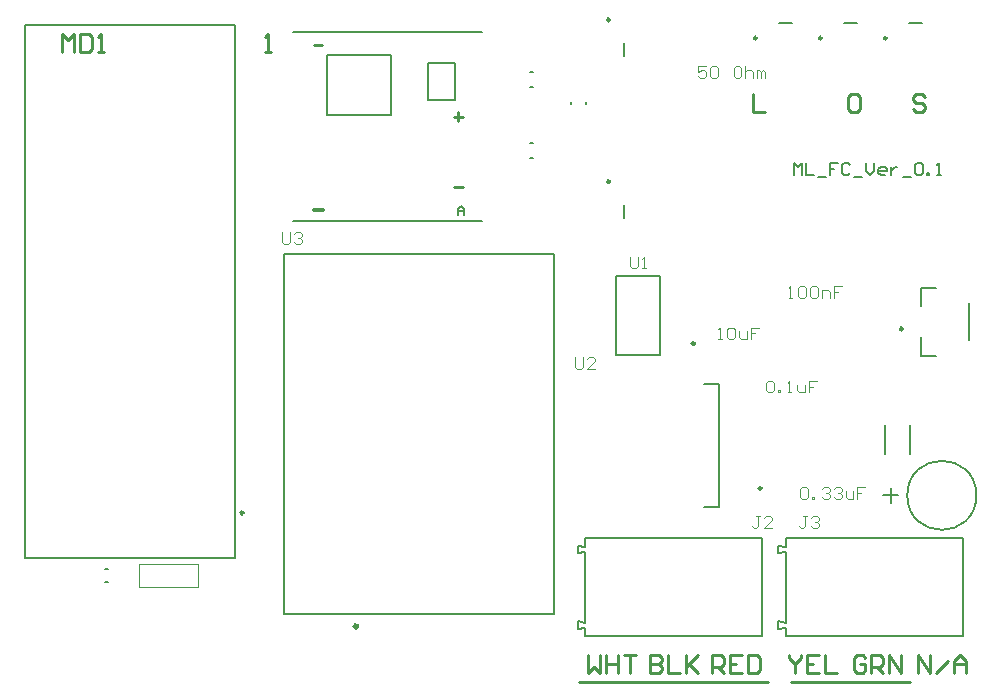
<source format=gbr>
G04*
G04 #@! TF.GenerationSoftware,Altium Limited,Altium Designer,24.6.1 (21)*
G04*
G04 Layer_Color=65535*
%FSLAX25Y25*%
%MOIN*%
G70*
G04*
G04 #@! TF.SameCoordinates,E7B071F1-E274-4D6C-8170-77C2E5B523DC*
G04*
G04*
G04 #@! TF.FilePolarity,Positive*
G04*
G01*
G75*
%ADD10C,0.00787*%
%ADD11C,0.01181*%
%ADD12C,0.00984*%
%ADD13C,0.00500*%
%ADD14C,0.01000*%
%ADD15C,0.00394*%
%ADD16C,0.00803*%
%ADD17C,0.00935*%
%ADD18C,0.00595*%
%ADD19C,0.01063*%
%ADD20C,0.01169*%
D10*
X321466Y66111D02*
G03*
X321466Y66111I-11506J0D01*
G01*
X292961Y63611D02*
Y68611D01*
X290461Y66111D02*
X295461D01*
X257874Y23622D02*
Y47244D01*
Y19094D02*
Y22047D01*
X255512Y24114D02*
X257874Y23622D01*
X255512Y21555D02*
X257874Y22047D01*
X255512Y21555D02*
Y24114D01*
X257874Y48819D02*
Y51772D01*
X255512Y49311D02*
X257874Y48819D01*
X255512Y46752D02*
X257874Y47244D01*
X255512Y46752D02*
Y49311D01*
X316929Y19094D02*
Y51772D01*
X257874Y19094D02*
X316929D01*
X257874Y51772D02*
X316929D01*
X190945Y23622D02*
Y47244D01*
Y19094D02*
Y22047D01*
X188583Y24114D02*
X190945Y23622D01*
X188583Y21555D02*
X190945Y22047D01*
X188583Y21555D02*
Y24114D01*
X190945Y48819D02*
Y51772D01*
X188583Y49311D02*
X190945Y48819D01*
X188583Y46752D02*
X190945Y47244D01*
X188583Y46752D02*
Y49311D01*
X250000Y19094D02*
Y51772D01*
X190945Y19094D02*
X250000D01*
X190945Y51772D02*
X250000D01*
X201378Y112795D02*
X215945D01*
X201378D02*
Y139173D01*
X215945D01*
Y112795D02*
Y139173D01*
X230709Y62205D02*
X235827D01*
X230709Y103150D02*
X235827D01*
Y62205D02*
Y103150D01*
X299508Y79897D02*
Y89394D01*
X291043Y79897D02*
Y89394D01*
X299016Y223622D02*
X303346D01*
X277362D02*
X281693D01*
X255709D02*
X260039D01*
X303051Y112697D02*
Y118898D01*
Y129134D02*
Y135335D01*
X307874D01*
X318996Y117717D02*
Y130315D01*
X303051Y112697D02*
X307874D01*
X203937Y158465D02*
Y162795D01*
X31102Y41634D02*
X31890D01*
X31102Y37106D02*
X31890D01*
X203937Y212402D02*
Y216732D01*
X186516Y196440D02*
Y197227D01*
X191437Y196440D02*
Y197227D01*
X74370Y45292D02*
Y222792D01*
X4370D02*
X74370D01*
X4370Y45292D02*
Y222792D01*
Y45292D02*
X74370D01*
X172835Y183563D02*
X173622D01*
X172835Y178642D02*
X173622D01*
X172835Y202264D02*
X173622D01*
X172835Y207185D02*
X173622D01*
D11*
X115260Y22496D02*
G03*
X115260Y22496I-591J0D01*
G01*
D12*
X227658Y116732D02*
G03*
X227658Y116732I-492J0D01*
G01*
X249902Y68445D02*
G03*
X249902Y68445I-492J0D01*
G01*
X291634Y218504D02*
G03*
X291634Y218504I-492J0D01*
G01*
X269980D02*
G03*
X269980Y218504I-492J0D01*
G01*
X248327D02*
G03*
X248327Y218504I-492J0D01*
G01*
X296949Y121555D02*
G03*
X296949Y121555I-492J0D01*
G01*
X199311Y170669D02*
G03*
X199311Y170669I-492J0D01*
G01*
Y224606D02*
G03*
X199311Y224606I-492J0D01*
G01*
X77224Y60292D02*
G03*
X77224Y60292I-492J0D01*
G01*
D13*
X180669Y26496D02*
Y146496D01*
X90669D02*
X180669D01*
X90669Y26496D02*
Y146496D01*
Y26496D02*
X180669D01*
X93582Y157480D02*
X156604D01*
X93582Y220472D02*
X156604D01*
X105108Y192726D02*
X126358D01*
Y212726D01*
X105108D02*
X126358D01*
X105108Y192726D02*
Y212726D01*
X138858Y197726D02*
Y210226D01*
Y197726D02*
X147608D01*
Y210226D01*
X138858D02*
X147608D01*
D14*
X259842Y3937D02*
X299213D01*
X188976D02*
X251969D01*
X302181Y6905D02*
Y12904D01*
X306180Y6905D01*
Y12904D01*
X308179Y6905D02*
X312178Y10904D01*
X314177Y6905D02*
Y10904D01*
X316177Y12904D01*
X318176Y10904D01*
Y6905D01*
Y9905D01*
X314177D01*
X284526Y11904D02*
X283527Y12904D01*
X281527D01*
X280528Y11904D01*
Y7905D01*
X281527Y6905D01*
X283527D01*
X284526Y7905D01*
Y9905D01*
X282527D01*
X286526Y6905D02*
Y12904D01*
X289525D01*
X290524Y11904D01*
Y9905D01*
X289525Y8905D01*
X286526D01*
X288525D02*
X290524Y6905D01*
X292524D02*
Y12904D01*
X296522Y6905D01*
Y12904D01*
X258874D02*
Y11904D01*
X260873Y9905D01*
X262873Y11904D01*
Y12904D01*
X260873Y9905D02*
Y6905D01*
X268871Y12904D02*
X264872D01*
Y6905D01*
X268871D01*
X264872Y9905D02*
X266871D01*
X270870Y12904D02*
Y6905D01*
X274869D01*
X233283D02*
Y12904D01*
X236282D01*
X237282Y11904D01*
Y9905D01*
X236282Y8905D01*
X233283D01*
X235283D02*
X237282Y6905D01*
X243280Y12904D02*
X239282D01*
Y6905D01*
X243280D01*
X239282Y9905D02*
X241281D01*
X245280Y12904D02*
Y6905D01*
X248279D01*
X249278Y7905D01*
Y11904D01*
X248279Y12904D01*
X245280D01*
X212614D02*
Y6905D01*
X215613D01*
X216613Y7905D01*
Y8905D01*
X215613Y9905D01*
X212614D01*
X215613D01*
X216613Y10904D01*
Y11904D01*
X215613Y12904D01*
X212614D01*
X218612D02*
Y6905D01*
X222611D01*
X224610Y12904D02*
Y6905D01*
Y8905D01*
X228609Y12904D01*
X225610Y9905D01*
X228609Y6905D01*
X191945Y12904D02*
Y6905D01*
X193944Y8905D01*
X195944Y6905D01*
Y12904D01*
X197943D02*
Y6905D01*
Y9905D01*
X201942D01*
Y12904D01*
Y6905D01*
X203941Y12904D02*
X207940D01*
X205940D01*
Y6905D01*
X247063Y199911D02*
Y193913D01*
X251062D01*
X281558Y199911D02*
X279559D01*
X278559Y198912D01*
Y194913D01*
X279559Y193913D01*
X281558D01*
X282558Y194913D01*
Y198912D01*
X281558Y199911D01*
X304211Y198912D02*
X303212Y199911D01*
X301212D01*
X300213Y198912D01*
Y197912D01*
X301212Y196912D01*
X303212D01*
X304211Y195913D01*
Y194913D01*
X303212Y193913D01*
X301212D01*
X300213Y194913D01*
X16624Y213720D02*
Y219719D01*
X18624Y217719D01*
X20623Y219719D01*
Y213720D01*
X22622Y219719D02*
Y213720D01*
X25621D01*
X26621Y214720D01*
Y218719D01*
X25621Y219719D01*
X22622D01*
X28620Y213720D02*
X30620D01*
X29620D01*
Y219719D01*
X28620Y218719D01*
X84238Y213747D02*
X86237D01*
X85237D01*
Y219744D01*
X84238Y218745D01*
D15*
X42382Y35433D02*
Y39370D01*
Y35433D02*
X62106D01*
Y43307D01*
X42382D02*
X62106D01*
X42382Y39370D02*
Y43307D01*
X90038Y153982D02*
Y150702D01*
X90694Y150047D01*
X92006D01*
X92662Y150702D01*
Y153982D01*
X93973Y153326D02*
X94630Y153982D01*
X95941D01*
X96597Y153326D01*
Y152670D01*
X95941Y152014D01*
X95285D01*
X95941D01*
X96597Y151358D01*
Y150702D01*
X95941Y150047D01*
X94630D01*
X93973Y150702D01*
X231364Y209054D02*
X228740D01*
Y207086D01*
X230052Y207742D01*
X230708D01*
X231364Y207086D01*
Y205774D01*
X230708Y205118D01*
X229396D01*
X228740Y205774D01*
X232676Y208398D02*
X233332Y209054D01*
X234644D01*
X235300Y208398D01*
Y205774D01*
X234644Y205118D01*
X233332D01*
X232676Y205774D01*
Y208398D01*
X242515Y209054D02*
X241203D01*
X240547Y208398D01*
Y205774D01*
X241203Y205118D01*
X242515D01*
X243171Y205774D01*
Y208398D01*
X242515Y209054D01*
X244483D02*
Y205118D01*
Y207086D01*
X245139Y207742D01*
X246451D01*
X247107Y207086D01*
Y205118D01*
X248419D02*
Y207742D01*
X249075D01*
X249731Y207086D01*
Y205118D01*
Y207086D01*
X250387Y207742D01*
X251043Y207086D01*
Y205118D01*
X262799Y68241D02*
X263455Y68897D01*
X264767D01*
X265423Y68241D01*
Y65617D01*
X264767Y64961D01*
X263455D01*
X262799Y65617D01*
Y68241D01*
X266735Y64961D02*
Y65617D01*
X267390D01*
Y64961D01*
X266735D01*
X270014Y68241D02*
X270670Y68897D01*
X271982D01*
X272638Y68241D01*
Y67585D01*
X271982Y66929D01*
X271326D01*
X271982D01*
X272638Y66273D01*
Y65617D01*
X271982Y64961D01*
X270670D01*
X270014Y65617D01*
X273950Y68241D02*
X274606Y68897D01*
X275918D01*
X276574Y68241D01*
Y67585D01*
X275918Y66929D01*
X275262D01*
X275918D01*
X276574Y66273D01*
Y65617D01*
X275918Y64961D01*
X274606D01*
X273950Y65617D01*
X277886Y67585D02*
Y65617D01*
X278542Y64961D01*
X280510D01*
Y67585D01*
X284445Y68897D02*
X281821D01*
Y66929D01*
X283133D01*
X281821D01*
Y64961D01*
X251315Y103674D02*
X251971Y104330D01*
X253283D01*
X253939Y103674D01*
Y101050D01*
X253283Y100394D01*
X251971D01*
X251315Y101050D01*
Y103674D01*
X255251Y100394D02*
Y101050D01*
X255907D01*
Y100394D01*
X255251D01*
X258531D02*
X259842D01*
X259187D01*
Y104330D01*
X258531Y103674D01*
X261810Y103018D02*
Y101050D01*
X262466Y100394D01*
X264434D01*
Y103018D01*
X268370Y104330D02*
X265746D01*
Y102362D01*
X267058D01*
X265746D01*
Y100394D01*
X235238Y118111D02*
X236550D01*
X235894D01*
Y122047D01*
X235238Y121391D01*
X238518D02*
X239174Y122047D01*
X240486D01*
X241142Y121391D01*
Y118767D01*
X240486Y118111D01*
X239174D01*
X238518Y118767D01*
Y121391D01*
X242454Y120735D02*
Y118767D01*
X243110Y118111D01*
X245078D01*
Y120735D01*
X249013Y122047D02*
X246390D01*
Y120079D01*
X247702D01*
X246390D01*
Y118111D01*
X258861Y131890D02*
X260173D01*
X259517D01*
Y135826D01*
X258861Y135170D01*
X262141D02*
X262797Y135826D01*
X264109D01*
X264765Y135170D01*
Y132546D01*
X264109Y131890D01*
X262797D01*
X262141Y132546D01*
Y135170D01*
X266077D02*
X266733Y135826D01*
X268044D01*
X268701Y135170D01*
Y132546D01*
X268044Y131890D01*
X266733D01*
X266077Y132546D01*
Y135170D01*
X270012Y131890D02*
Y134514D01*
X271980D01*
X272636Y133858D01*
Y131890D01*
X276572Y135826D02*
X273948D01*
Y133858D01*
X275260D01*
X273948D01*
Y131890D01*
X265092Y59054D02*
X263780D01*
X264436D01*
Y55775D01*
X263780Y55119D01*
X263124D01*
X262468Y55775D01*
X266404Y58398D02*
X267060Y59054D01*
X268372D01*
X269028Y58398D01*
Y57743D01*
X268372Y57087D01*
X267716D01*
X268372D01*
X269028Y56431D01*
Y55775D01*
X268372Y55119D01*
X267060D01*
X266404Y55775D01*
X249344Y59054D02*
X248032D01*
X248688D01*
Y55775D01*
X248032Y55119D01*
X247376D01*
X246720Y55775D01*
X253280Y55119D02*
X250656D01*
X253280Y57743D01*
Y58398D01*
X252624Y59054D01*
X251312D01*
X250656Y58398D01*
X206038Y145669D02*
Y142389D01*
X206694Y141733D01*
X208005D01*
X208661Y142389D01*
Y145669D01*
X209973Y141733D02*
X211285D01*
X210629D01*
Y145669D01*
X209973Y145013D01*
X187665Y112204D02*
Y108924D01*
X188321Y108268D01*
X189633D01*
X190289Y108924D01*
Y112204D01*
X194225Y108268D02*
X191601D01*
X194225Y110892D01*
Y111548D01*
X193569Y112204D01*
X192257D01*
X191601Y111548D01*
D16*
X260646Y172735D02*
Y176765D01*
X261989Y175422D01*
X263333Y176765D01*
Y172735D01*
X264676Y176765D02*
Y172735D01*
X267363D01*
X268706Y172063D02*
X271393D01*
X275423Y176765D02*
X272736D01*
Y174750D01*
X274080D01*
X272736D01*
Y172735D01*
X279453Y176093D02*
X278782Y176765D01*
X277438D01*
X276766Y176093D01*
Y173406D01*
X277438Y172735D01*
X278782D01*
X279453Y173406D01*
X280797Y172063D02*
X283484D01*
X284827Y176765D02*
Y174078D01*
X286170Y172735D01*
X287514Y174078D01*
Y176765D01*
X290872Y172735D02*
X289529D01*
X288857Y173406D01*
Y174750D01*
X289529Y175422D01*
X290872D01*
X291544Y174750D01*
Y174078D01*
X288857D01*
X292887Y175422D02*
Y172735D01*
Y174078D01*
X293559Y174750D01*
X294231Y175422D01*
X294902D01*
X296918Y172063D02*
X299604D01*
X300948Y176093D02*
X301619Y176765D01*
X302963D01*
X303635Y176093D01*
Y173406D01*
X302963Y172735D01*
X301619D01*
X300948Y173406D01*
Y176093D01*
X304978Y172735D02*
Y173406D01*
X305650D01*
Y172735D01*
X304978D01*
X308336D02*
X309680D01*
X309008D01*
Y176765D01*
X308336Y176093D01*
D17*
X147250Y192362D02*
X150366D01*
X148808Y193920D02*
Y190804D01*
D18*
X148549Y159437D02*
Y161420D01*
X149541Y162411D01*
X150532Y161420D01*
Y159437D01*
Y160924D01*
X148549D01*
D19*
X147500Y168900D02*
X150333D01*
X100658Y216301D02*
X103491D01*
D20*
X100708Y161263D02*
X103824D01*
M02*

</source>
